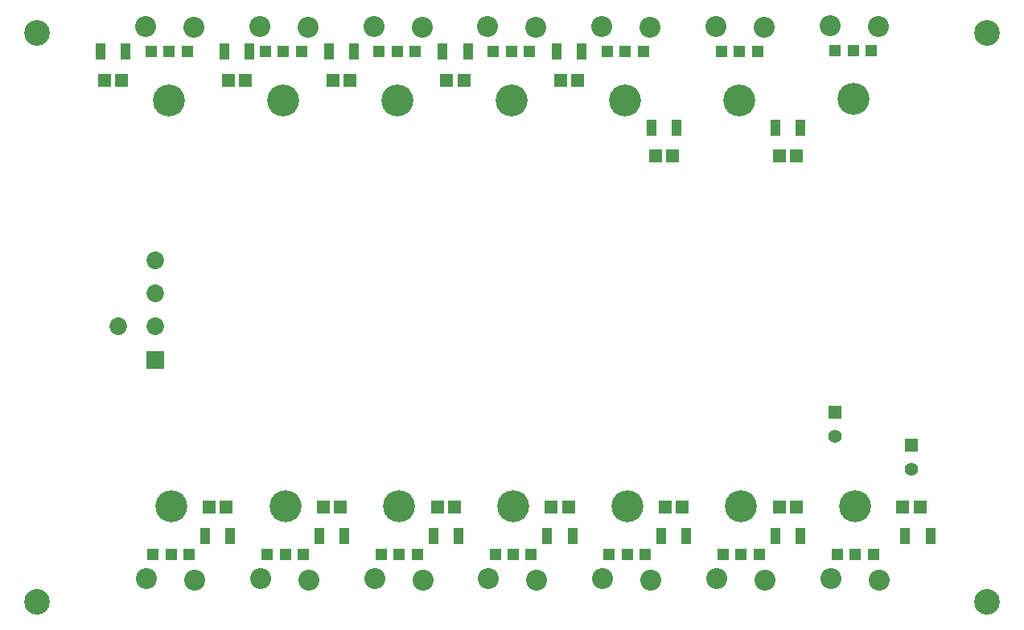
<source format=gbs>
G04*
G04 #@! TF.GenerationSoftware,Altium Limited,Altium Designer,20.2.6 (244)*
G04*
G04 Layer_Color=16711935*
%FSLAX25Y25*%
%MOIN*%
G70*
G04*
G04 #@! TF.SameCoordinates,8424CAA1-D01E-41BF-9092-1BA52A19D79E*
G04*
G04*
G04 #@! TF.FilePolarity,Negative*
G04*
G01*
G75*
%ADD17C,0.07296*%
%ADD18R,0.07296X0.07296*%
%ADD19R,0.05524X0.05524*%
%ADD20C,0.05524*%
%ADD21C,0.08674*%
%ADD22R,0.04737X0.04737*%
%ADD23C,0.13202*%
%ADD24C,0.10642*%
%ADD36R,0.05500X0.05800*%
%ADD37R,0.04343X0.06902*%
D17*
X186542Y279714D02*
D03*
Y265935D02*
D03*
Y252155D02*
D03*
X171260Y252153D02*
D03*
D18*
X186542Y238376D02*
D03*
D19*
X500000Y202913D02*
D03*
X468504Y216535D02*
D03*
D20*
X500000Y192913D02*
D03*
X468504Y206535D02*
D03*
D21*
X438976Y376142D02*
D03*
X418976Y376673D02*
D03*
X230000D02*
D03*
X250000Y376142D02*
D03*
X486535Y146949D02*
D03*
X466535Y147480D02*
D03*
X182756Y376673D02*
D03*
X202756Y376142D02*
D03*
X183071Y147480D02*
D03*
X203071Y146949D02*
D03*
X250315D02*
D03*
X230315Y147480D02*
D03*
X277559D02*
D03*
X297559Y146949D02*
D03*
X324803Y147480D02*
D03*
X344803Y146949D02*
D03*
X372047Y147480D02*
D03*
X392047Y146949D02*
D03*
X419291Y147480D02*
D03*
X439291Y146949D02*
D03*
X297244Y376142D02*
D03*
X277244Y376673D02*
D03*
X344488Y376142D02*
D03*
X324488Y376673D02*
D03*
X371732D02*
D03*
X391732Y376142D02*
D03*
X466221Y377067D02*
D03*
X486221Y376535D02*
D03*
D22*
X428740Y366142D02*
D03*
X436221D02*
D03*
X421260D02*
D03*
X239764D02*
D03*
X247244D02*
D03*
X232283D02*
D03*
X476772Y157480D02*
D03*
X469291D02*
D03*
X484252D02*
D03*
X200000Y366142D02*
D03*
X192520D02*
D03*
X185039D02*
D03*
X437008Y157480D02*
D03*
X422047D02*
D03*
X389764D02*
D03*
X374803D02*
D03*
X342520D02*
D03*
X327559D02*
D03*
X295276D02*
D03*
X280315D02*
D03*
X248031D02*
D03*
X233071D02*
D03*
X200787D02*
D03*
X185827D02*
D03*
X468504Y366535D02*
D03*
X483465D02*
D03*
X374016Y366142D02*
D03*
X388976D02*
D03*
X326772D02*
D03*
X341732D02*
D03*
X279528D02*
D03*
X294488D02*
D03*
X193307Y157480D02*
D03*
X240551D02*
D03*
X287795D02*
D03*
X335039D02*
D03*
X382283D02*
D03*
X429528D02*
D03*
X287008Y366142D02*
D03*
X334252D02*
D03*
X381496D02*
D03*
X475984Y366535D02*
D03*
D23*
X428740Y346063D02*
D03*
X239764D02*
D03*
X476772Y177559D02*
D03*
X192520Y346063D02*
D03*
X193307Y177559D02*
D03*
X240551D02*
D03*
X287795D02*
D03*
X335039D02*
D03*
X382283D02*
D03*
X429528D02*
D03*
X287008Y346063D02*
D03*
X334252D02*
D03*
X381496D02*
D03*
X475984Y346457D02*
D03*
D24*
X137795Y374016D02*
D03*
Y137795D02*
D03*
X531496D02*
D03*
Y374016D02*
D03*
D36*
X172838Y354331D02*
D03*
X165745D02*
D03*
X496454Y177165D02*
D03*
X503546D02*
D03*
X216145D02*
D03*
X209052D02*
D03*
X216926Y354331D02*
D03*
X224019D02*
D03*
X260233D02*
D03*
X267326D02*
D03*
X307477D02*
D03*
X314570D02*
D03*
X354721D02*
D03*
X361814D02*
D03*
X394091Y322835D02*
D03*
X401184D02*
D03*
X445272D02*
D03*
X452365D02*
D03*
X445272Y177165D02*
D03*
X452365D02*
D03*
X398028D02*
D03*
X405121D02*
D03*
X350784D02*
D03*
X357877D02*
D03*
X303540D02*
D03*
X310633D02*
D03*
X256296D02*
D03*
X263389D02*
D03*
D37*
X164075Y366142D02*
D03*
X174508D02*
D03*
X443602Y334646D02*
D03*
X454035D02*
D03*
X497441Y165354D02*
D03*
X507874D02*
D03*
X217815Y165354D02*
D03*
X207382D02*
D03*
X225689Y366142D02*
D03*
X215256D02*
D03*
X268996D02*
D03*
X258563D02*
D03*
X316240D02*
D03*
X305807D02*
D03*
X363484D02*
D03*
X353051D02*
D03*
X402854Y334646D02*
D03*
X392421D02*
D03*
X443602Y165354D02*
D03*
X454035D02*
D03*
X396358D02*
D03*
X406791D02*
D03*
X349114D02*
D03*
X359547D02*
D03*
X301870D02*
D03*
X312303D02*
D03*
X254626D02*
D03*
X265059D02*
D03*
M02*

</source>
